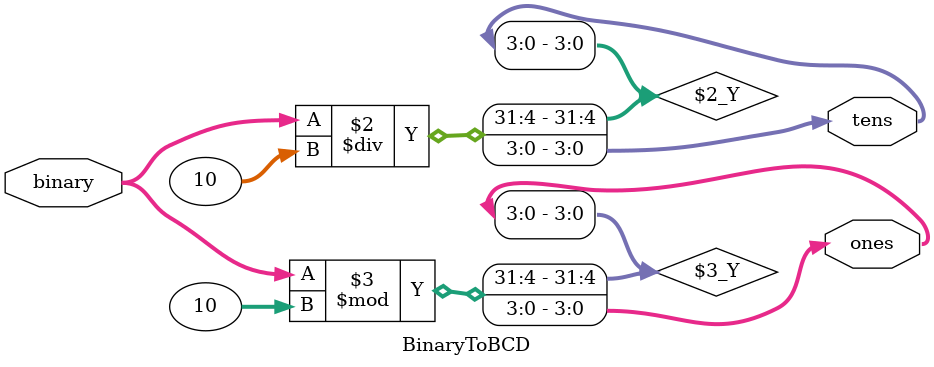
<source format=v>
module BinaryToBCD (
    input wire [6:0] binary,
    output reg [3:0] tens,
    output reg [3:0] ones
);

    always @(*) begin
        tens = binary / 10;
        ones = binary % 10;
    end

endmodule
</source>
